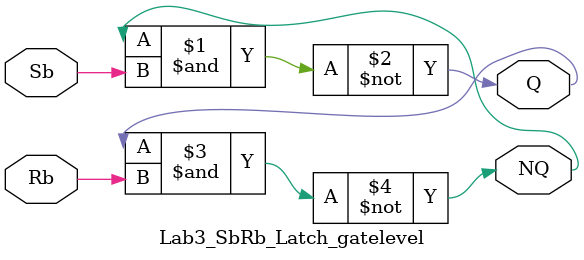
<source format=v>

module Lab3_SbRb_Latch_gatelevel(output Q,NQ,input Sb,Rb);

nand #(2) (Q,NQ,Sb);
nand #(2) (NQ,Q,Rb);

endmodule
</source>
